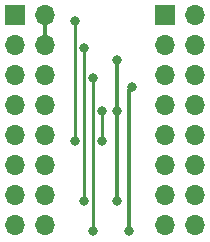
<source format=gbr>
G04 #@! TF.GenerationSoftware,KiCad,Pcbnew,(5.1.8)-1*
G04 #@! TF.CreationDate,2022-06-12T13:47:46-06:00*
G04 #@! TF.ProjectId,USB Adapter,55534220-4164-4617-9074-65722e6b6963,rev?*
G04 #@! TF.SameCoordinates,Original*
G04 #@! TF.FileFunction,Copper,L2,Bot*
G04 #@! TF.FilePolarity,Positive*
%FSLAX46Y46*%
G04 Gerber Fmt 4.6, Leading zero omitted, Abs format (unit mm)*
G04 Created by KiCad (PCBNEW (5.1.8)-1) date 2022-06-12 13:47:46*
%MOMM*%
%LPD*%
G01*
G04 APERTURE LIST*
G04 #@! TA.AperFunction,ComponentPad*
%ADD10O,1.700000X1.700000*%
G04 #@! TD*
G04 #@! TA.AperFunction,ComponentPad*
%ADD11R,1.700000X1.700000*%
G04 #@! TD*
G04 #@! TA.AperFunction,ViaPad*
%ADD12C,0.800000*%
G04 #@! TD*
G04 #@! TA.AperFunction,Conductor*
%ADD13C,0.330200*%
G04 #@! TD*
G04 #@! TA.AperFunction,Conductor*
%ADD14C,0.250000*%
G04 #@! TD*
G04 APERTURE END LIST*
D10*
G04 #@! TO.P,J2,16*
G04 #@! TO.N,/5+*
X152400000Y-99060000D03*
G04 #@! TO.P,J2,15*
G04 #@! TO.N,/D7*
X149860000Y-99060000D03*
G04 #@! TO.P,J2,14*
G04 #@! TO.N,/GND*
X152400000Y-96520000D03*
G04 #@! TO.P,J2,13*
G04 #@! TO.N,/D6*
X149860000Y-96520000D03*
G04 #@! TO.P,J2,12*
G04 #@! TO.N,/CS*
X152400000Y-93980000D03*
G04 #@! TO.P,J2,11*
G04 #@! TO.N,/D5*
X149860000Y-93980000D03*
G04 #@! TO.P,J2,10*
G04 #@! TO.N,/INT*
X152400000Y-91440000D03*
G04 #@! TO.P,J2,9*
G04 #@! TO.N,/D4*
X149860000Y-91440000D03*
G04 #@! TO.P,J2,8*
G04 #@! TO.N,/GND*
X152400000Y-88900000D03*
G04 #@! TO.P,J2,7*
G04 #@! TO.N,/D3*
X149860000Y-88900000D03*
G04 #@! TO.P,J2,6*
G04 #@! TO.N,/WR*
X152400000Y-86360000D03*
G04 #@! TO.P,J2,5*
G04 #@! TO.N,/D2*
X149860000Y-86360000D03*
G04 #@! TO.P,J2,4*
G04 #@! TO.N,/RD*
X152400000Y-83820000D03*
G04 #@! TO.P,J2,3*
G04 #@! TO.N,/D1*
X149860000Y-83820000D03*
G04 #@! TO.P,J2,2*
G04 #@! TO.N,/A0*
X152400000Y-81280000D03*
D11*
G04 #@! TO.P,J2,1*
G04 #@! TO.N,/D0*
X149860000Y-81280000D03*
G04 #@! TD*
D10*
G04 #@! TO.P,J1,16*
G04 #@! TO.N,/WR*
X139700000Y-99060000D03*
G04 #@! TO.P,J1,15*
G04 #@! TO.N,/D7*
X137160000Y-99060000D03*
G04 #@! TO.P,J1,14*
G04 #@! TO.N,/RD*
X139700000Y-96520000D03*
G04 #@! TO.P,J1,13*
G04 #@! TO.N,/D6*
X137160000Y-96520000D03*
G04 #@! TO.P,J1,12*
G04 #@! TO.N,/CS*
X139700000Y-93980000D03*
G04 #@! TO.P,J1,11*
G04 #@! TO.N,/D5*
X137160000Y-93980000D03*
G04 #@! TO.P,J1,10*
G04 #@! TO.N,/A0*
X139700000Y-91440000D03*
G04 #@! TO.P,J1,9*
G04 #@! TO.N,/D4*
X137160000Y-91440000D03*
G04 #@! TO.P,J1,8*
G04 #@! TO.N,/INT*
X139700000Y-88900000D03*
G04 #@! TO.P,J1,7*
G04 #@! TO.N,/D3*
X137160000Y-88900000D03*
G04 #@! TO.P,J1,6*
G04 #@! TO.N,/5+*
X139700000Y-86360000D03*
G04 #@! TO.P,J1,5*
G04 #@! TO.N,/D2*
X137160000Y-86360000D03*
G04 #@! TO.P,J1,4*
G04 #@! TO.N,/GND*
X139700000Y-83820000D03*
G04 #@! TO.P,J1,3*
G04 #@! TO.N,/D1*
X137160000Y-83820000D03*
G04 #@! TO.P,J1,2*
G04 #@! TO.N,/GND*
X139700000Y-81280000D03*
D11*
G04 #@! TO.P,J1,1*
G04 #@! TO.N,/D0*
X137160000Y-81280000D03*
G04 #@! TD*
D12*
G04 #@! TO.N,/WR*
X143764000Y-99568000D03*
X143764000Y-86614000D03*
G04 #@! TO.N,/RD*
X143002000Y-97028000D03*
X143002000Y-84074000D03*
G04 #@! TO.N,/A0*
X142240000Y-81788000D03*
X142240000Y-91948000D03*
G04 #@! TO.N,/INT*
X144526000Y-91948000D03*
X144526000Y-89408000D03*
G04 #@! TO.N,/5+*
X146812000Y-99568000D03*
X147066000Y-87376000D03*
G04 #@! TO.N,/GND*
X145796000Y-89408000D03*
X145796000Y-85090000D03*
X145796000Y-97028000D03*
G04 #@! TD*
D13*
G04 #@! TO.N,/GND*
X139700000Y-81280000D02*
X139700000Y-83820000D01*
D14*
G04 #@! TO.N,/WR*
X143764000Y-99568000D02*
X143764000Y-99568000D01*
X143764000Y-99568000D02*
X143764000Y-87179685D01*
X143764000Y-87179685D02*
X143764000Y-86614000D01*
G04 #@! TO.N,/RD*
X143002000Y-97028000D02*
X143002000Y-97028000D01*
X143002000Y-97028000D02*
X143002000Y-84639685D01*
X143002000Y-84639685D02*
X143002000Y-84074000D01*
G04 #@! TO.N,/A0*
X142240000Y-81788000D02*
X142240000Y-91948000D01*
X142240000Y-91948000D02*
X142240000Y-91948000D01*
G04 #@! TO.N,/INT*
X144526000Y-91948000D02*
X144526000Y-89408000D01*
X144526000Y-89408000D02*
X144526000Y-89408000D01*
D13*
G04 #@! TO.N,/5+*
X146812000Y-87630000D02*
X147066000Y-87376000D01*
X146812000Y-99568000D02*
X146812000Y-87630000D01*
G04 #@! TO.N,/GND*
X145796000Y-89408000D02*
X145796000Y-85090000D01*
X145796000Y-85090000D02*
X145796000Y-85090000D01*
X145796000Y-89408000D02*
X145796000Y-97028000D01*
X145796000Y-97028000D02*
X145796000Y-97028000D01*
G04 #@! TD*
M02*

</source>
